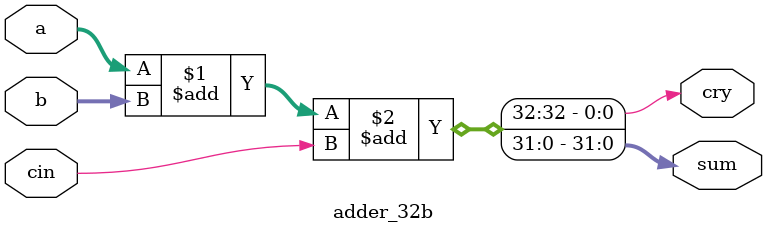
<source format=v>


module adder_32b(cin,a,b,sum,cry);

	input cin; // cin is 1 bit
	input[31:0] a,b; // a and b are 32 bit
	output[31:0] sum; // sum is 32 bit
	output cry; // carry is 1 bit
	
	assign{cry,sum} = a + b + cin; // countinuous assignment

endmodule
</source>
